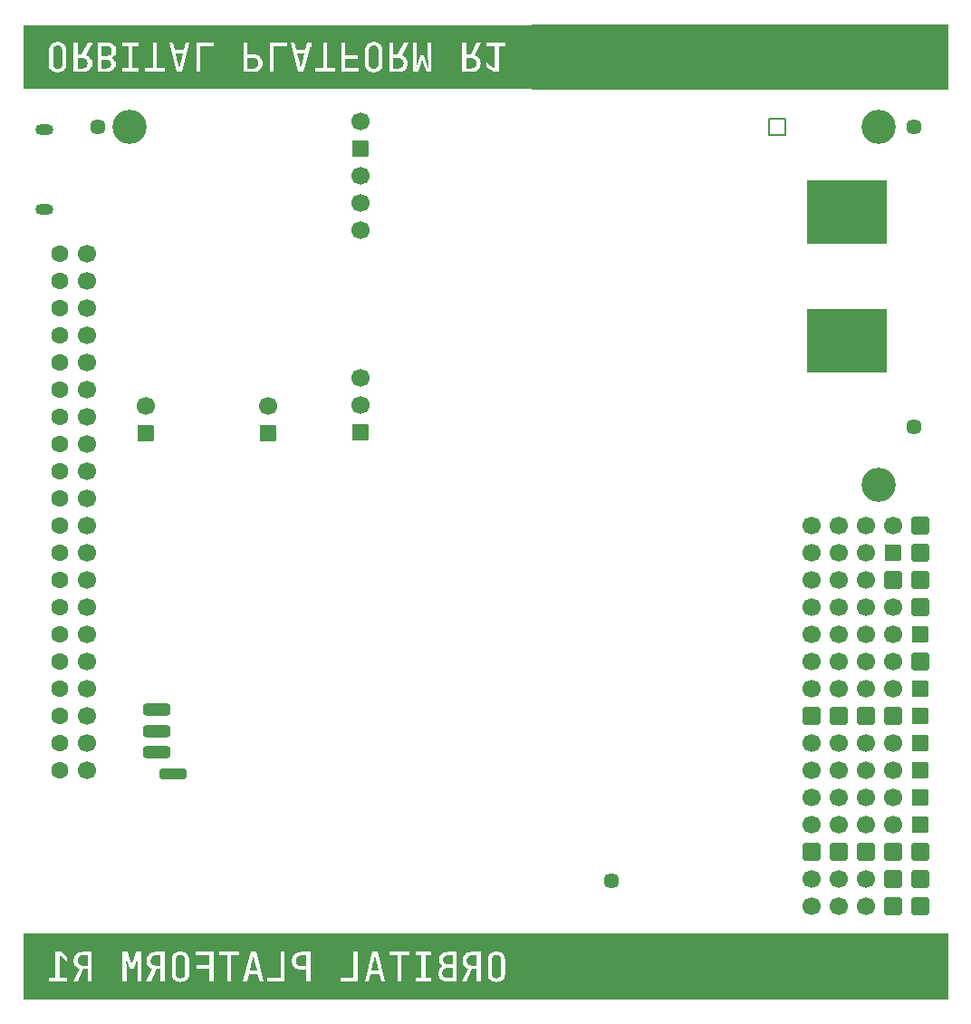
<source format=gbs>
%FSTAX23Y23*%
%MOIN*%
%SFA1B1*%

%IPPOS*%
%AMD80*
4,1,8,-0.039400,-0.021700,0.039400,-0.021700,0.051200,-0.009800,0.051200,0.009800,0.039400,0.021700,-0.039400,0.021700,-0.051200,0.009800,-0.051200,-0.009800,-0.039400,-0.021700,0.0*
1,1,0.023622,-0.039400,-0.009800*
1,1,0.023622,0.039400,-0.009800*
1,1,0.023622,0.039400,0.009800*
1,1,0.023622,-0.039400,0.009800*
%
%AMD87*
4,1,8,-0.039400,-0.019700,0.039400,-0.019700,0.049200,-0.009800,0.049200,0.009800,0.039400,0.019700,-0.039400,0.019700,-0.049200,0.009800,-0.049200,-0.009800,-0.039400,-0.019700,0.0*
1,1,0.019685,-0.039400,-0.009800*
1,1,0.019685,0.039400,-0.009800*
1,1,0.019685,0.039400,0.009800*
1,1,0.019685,-0.039400,0.009800*
%
%AMD106*
4,1,8,-0.020700,-0.031500,0.020700,-0.031500,0.031500,-0.020700,0.031500,0.020700,0.020700,0.031500,-0.020700,0.031500,-0.031500,0.020700,-0.031500,-0.020700,-0.020700,-0.031500,0.0*
1,1,0.021654,-0.020700,-0.020700*
1,1,0.021654,0.020700,-0.020700*
1,1,0.021654,0.020700,0.020700*
1,1,0.021654,-0.020700,0.020700*
%
%AMD107*
4,1,8,-0.033500,0.020700,-0.033500,-0.020700,-0.020700,-0.033500,0.020700,-0.033500,0.033500,-0.020700,0.033500,0.020700,0.020700,0.033500,-0.020700,0.033500,-0.033500,0.020700,0.0*
1,1,0.025591,-0.020700,0.020700*
1,1,0.025591,-0.020700,-0.020700*
1,1,0.025591,0.020700,-0.020700*
1,1,0.025591,0.020700,0.020700*
%
%AMD108*
4,1,8,-0.031500,0.020700,-0.031500,-0.020700,-0.020700,-0.031500,0.020700,-0.031500,0.031500,-0.020700,0.031500,0.020700,0.020700,0.031500,-0.020700,0.031500,-0.031500,0.020700,0.0*
1,1,0.021654,-0.020700,0.020700*
1,1,0.021654,-0.020700,-0.020700*
1,1,0.021654,0.020700,-0.020700*
1,1,0.021654,0.020700,0.020700*
%
%AMD110*
4,1,8,0.020700,0.033500,-0.020700,0.033500,-0.033500,0.020700,-0.033500,-0.020700,-0.020700,-0.033500,0.020700,-0.033500,0.033500,-0.020700,0.033500,0.020700,0.020700,0.033500,0.0*
1,1,0.025591,0.020700,0.020700*
1,1,0.025591,-0.020700,0.020700*
1,1,0.025591,-0.020700,-0.020700*
1,1,0.025591,0.020700,-0.020700*
%
%ADD10C,0.007874*%
G04~CAMADD=80~8~0.0~0.0~1023.6~433.1~118.1~0.0~15~0.0~0.0~0.0~0.0~0~0.0~0.0~0.0~0.0~0~0.0~0.0~0.0~180.0~1024.0~434.0*
%ADD80D80*%
G04~CAMADD=87~8~0.0~0.0~984.3~393.7~98.4~0.0~15~0.0~0.0~0.0~0.0~0~0.0~0.0~0.0~0.0~0~0.0~0.0~0.0~180.0~984.0~394.0*
%ADD87D87*%
G04~CAMADD=106~8~0.0~0.0~629.9~629.9~108.3~0.0~15~0.0~0.0~0.0~0.0~0~0.0~0.0~0.0~0.0~0~0.0~0.0~0.0~180.0~630.0~630.0*
%ADD106D106*%
G04~CAMADD=107~8~0.0~0.0~669.3~669.3~128.0~0.0~15~0.0~0.0~0.0~0.0~0~0.0~0.0~0.0~0.0~0~0.0~0.0~0.0~90.0~670.0~670.0*
%ADD107D107*%
G04~CAMADD=108~8~0.0~0.0~629.9~629.9~108.3~0.0~15~0.0~0.0~0.0~0.0~0~0.0~0.0~0.0~0.0~0~0.0~0.0~0.0~90.0~630.0~630.0*
%ADD108D108*%
%ADD109C,0.062992*%
G04~CAMADD=110~8~0.0~0.0~669.3~669.3~128.0~0.0~15~0.0~0.0~0.0~0.0~0~0.0~0.0~0.0~0.0~0~0.0~0.0~0.0~0.0~669.3~669.3*
%ADD110D110*%
%ADD111O,0.066929X0.039370*%
%ADD112C,0.066929*%
%ADD113C,0.057008*%
%ADD114C,0.125984*%
%ADD115C,0.027559*%
%ADD129R,0.295275X0.236220*%
%LNsysdev3-1*%
%LPD*%
G36*
X02539Y01794D02*
X03405D01*
Y01552*
X02539*
X0187*
Y01555*
X0*
Y01791*
X0187*
Y01794*
X02539*
G37*
G36*
X0187Y-01794D02*
X0D01*
Y-01552*
X0187*
Y-01794*
G37*
G36*
X02539D02*
X0187D01*
Y-01552*
X02539*
Y-01794*
G37*
G36*
X03405D02*
X02539D01*
Y-01552*
X03405*
Y-01794*
G37*
%LNsysdev3-2*%
%LPC*%
G36*
X00425Y01727D02*
X00366D01*
Y01714*
X00388*
Y01632*
X00366*
Y01618*
X00425*
Y01632*
X00403*
Y01714*
X00425*
Y01727*
G37*
G36*
Y01714D02*
D01*
G37*
G36*
Y01713D02*
Y01713D01*
Y01713*
G37*
G36*
Y01713D02*
Y01712D01*
Y01713*
G37*
G36*
Y01712D02*
D01*
G37*
G36*
Y01712D02*
Y01711D01*
Y01712*
G37*
G36*
Y01711D02*
Y01711D01*
Y01711*
G37*
G36*
Y01711D02*
D01*
G37*
G36*
Y0171D01*
Y01711*
G37*
G36*
Y01709D02*
Y01709D01*
Y01709*
G37*
G36*
Y01709D02*
Y01709D01*
Y01709*
G37*
G36*
Y01709D02*
Y01707D01*
Y01709*
G37*
G36*
Y01707D02*
Y01707D01*
Y01707*
G37*
G36*
Y01707D02*
Y01705D01*
Y01707*
G37*
G36*
Y01705D02*
D01*
G37*
G36*
Y01704D02*
Y01704D01*
Y01704*
G37*
G36*
Y01703D02*
Y01702D01*
Y01703*
G37*
G36*
Y01702D02*
Y01702D01*
Y01702*
G37*
G36*
Y01701D02*
Y01699D01*
Y01701*
G37*
G36*
Y01699D02*
Y01699D01*
Y01699*
G37*
G36*
X00612Y01727D02*
X00597D01*
X0059Y01699*
X00558*
X00552Y01727*
X00575*
X00537*
X00565Y01618*
X00565*
X00584*
X00612Y01727*
G37*
G36*
X00425Y01699D02*
Y01699D01*
Y01699*
G37*
G36*
Y01699D02*
D01*
G37*
G36*
X00341Y01727D02*
D01*
Y01698*
X00341Y01699*
Y017*
X00341Y01702*
X0034Y01705*
X00339Y01709*
X00337Y01712*
X00336Y01714*
X00335Y01716*
X00334Y01717*
X00332Y01719*
X00332*
X00332Y01719*
X00331Y0172*
X00331Y0172*
X0033Y01721*
X00329Y01722*
X00327Y01722*
X00326Y01723*
X00323Y01725*
X00318Y01726*
X00314Y01727*
X00311Y01727*
X00308Y01727*
X00341*
X00275*
Y01618*
X00308*
X00309Y01619*
X0031*
X00311Y01619*
X00315Y01619*
X00319Y0162*
X00323Y01622*
X00326Y01623*
X0033Y01626*
X0033*
X0033Y01626*
X00331Y01627*
X00333Y01629*
X00334Y01631*
X00336Y01634*
X00337Y01638*
X00338Y01642*
X00338Y01644*
X00339Y01647*
Y01647*
Y01647*
Y01648*
X00338Y0165*
X00338Y01652*
X00337Y01654*
X00337Y01657*
X00335Y01659*
X00334Y01662*
X00334Y01662*
X00333Y01662*
X00332Y01664*
X00331Y01665*
X00329Y01666*
X00327Y01668*
X00325Y01669*
X00322Y0167*
X00322*
X00322Y0167*
X00323Y0167*
X00325Y01671*
X00327Y01672*
X00329Y01673*
X00331Y01675*
X00334Y01677*
X00336Y01679*
X00336Y0168*
X00337Y0168*
X00337Y01682*
X00339Y01684*
X00339Y01687*
X0034Y0169*
X00341Y01693*
X00341Y01697*
Y01625*
Y01727*
G37*
G36*
X00425Y01698D02*
Y01697D01*
Y01698*
G37*
G36*
Y01697D02*
Y01697D01*
Y01697*
G37*
G36*
Y01697D02*
D01*
G37*
G36*
X00127Y01729D02*
X00126D01*
X00125Y01728*
X00124*
X00122Y01728*
X00119Y01727*
X00115Y01727*
X00111Y01725*
X00107Y01723*
X00105Y01722*
X00104Y0172*
Y0172*
X00103Y0172*
X00103Y01719*
X00102Y01719*
X00102Y01718*
X00101Y01717*
X00099Y01714*
X00098Y01711*
X00096Y01707*
X00095Y01702*
X00095Y017*
X00095Y01697*
Y01617*
Y01647*
X00095Y01646*
Y01645*
X00096Y01643*
X00096Y0164*
X00097Y01636*
X00099Y01633*
X00101Y01629*
X00102Y01627*
X00104Y01625*
X00104Y01625*
X00104Y01625*
X00104Y01625*
X00105Y01624*
X00106Y01623*
X00107Y01623*
X00108Y01622*
X0011Y01621*
X00113Y0162*
X00117Y01618*
X00122Y01617*
X00124Y01617*
X00129*
X0013Y01617*
X00131*
X00132Y01617*
X00136Y01618*
X0014Y01619*
X00143Y01621*
X00147Y01623*
X00149Y01624*
X00151Y01625*
X00151Y01626*
X00151Y01626*
X00151Y01626*
X00152Y01627*
X00153Y01628*
X00153Y01629*
X00155Y01631*
X00157Y01635*
X00158Y01639*
X00159Y01643*
X00159Y01646*
X00159Y01648*
Y01699*
X00159Y01699*
Y01701*
X00159Y01702*
X00158Y01705*
X00157Y01709*
X00156Y01713*
X00154Y01717*
X00152Y01719*
X00151Y0172*
X00151*
X0015Y01721*
X0015Y01721*
X00149Y01721*
X00148Y01722*
X00147Y01723*
X00145Y01724*
X00141Y01726*
X00137Y01727*
X00132Y01728*
X0013Y01728*
X00127Y01729*
G37*
G36*
X00425Y01697D02*
Y01696D01*
Y01697*
G37*
G36*
Y01696D02*
Y01695D01*
Y01696*
G37*
G36*
Y01693D02*
Y0169D01*
Y01693*
G37*
G36*
Y01689D02*
Y01687D01*
Y01689*
G37*
G36*
Y01687D02*
D01*
G37*
G36*
Y01683D01*
Y01687*
G37*
G36*
Y01683D02*
Y01682D01*
Y01683*
G37*
G36*
Y01682D02*
Y01682D01*
Y01682*
G37*
G36*
Y01682D02*
Y0168D01*
Y01682*
G37*
G36*
Y0168D02*
D01*
G37*
G36*
Y0168D02*
Y0168D01*
Y0168*
G37*
G36*
Y0168D02*
D01*
G37*
G36*
Y0168D02*
Y01679D01*
Y0168*
G37*
G36*
Y01679D02*
Y01679D01*
Y01679*
G37*
G36*
Y01678D02*
Y01677D01*
Y01678*
G37*
G36*
Y01677D02*
D01*
G37*
G36*
Y01676D01*
Y01677*
G37*
G36*
Y01675D02*
Y01675D01*
Y01675*
G37*
G36*
Y01675D02*
Y01673D01*
Y01675*
G37*
G36*
Y01673D02*
Y01672D01*
Y01673*
G37*
G36*
Y01672D02*
Y01672D01*
Y01672*
G37*
G36*
Y01672D02*
Y0167D01*
Y01672*
G37*
G36*
Y0167D02*
D01*
G37*
G36*
Y0167D02*
Y0167D01*
Y0167*
G37*
G36*
Y0167D02*
Y01669D01*
Y0167*
G37*
G36*
Y01669D02*
D01*
G37*
G36*
Y01669D01*
Y01669*
G37*
G36*
Y01669D02*
D01*
G37*
G36*
Y01669D02*
D01*
G37*
G36*
D01*
G37*
G36*
Y01668D01*
Y01669*
G37*
G36*
Y01668D02*
D01*
G37*
G36*
Y01668D02*
Y01667D01*
Y01668*
G37*
G36*
Y01667D02*
Y01666D01*
Y01667*
G37*
G36*
Y01666D02*
Y01666D01*
Y01666*
G37*
G36*
Y01666D02*
Y01666D01*
Y01666*
G37*
G36*
Y01666D02*
Y01665D01*
Y01666*
G37*
G36*
Y01665D02*
D01*
G37*
G36*
X00881Y01727D02*
D01*
Y01664*
Y01727*
G37*
G36*
X00425Y01665D02*
Y01664D01*
Y01665*
G37*
G36*
Y01664D02*
Y01663D01*
Y01664*
G37*
G36*
Y01663D02*
Y01663D01*
Y01663*
G37*
G36*
Y01663D02*
Y01663D01*
Y01663*
G37*
G36*
Y01663D02*
D01*
G37*
G36*
Y01663D02*
D01*
G37*
G36*
Y01661D02*
D01*
G37*
G36*
Y01661D02*
Y0166D01*
Y01661*
G37*
G36*
Y0166D02*
Y01659D01*
Y0166*
G37*
G36*
Y01659D02*
Y01659D01*
Y01659*
G37*
G36*
Y01658D02*
D01*
G37*
G36*
Y01658D02*
Y01657D01*
Y01658*
G37*
G36*
Y01657D02*
Y01656D01*
Y01657*
G37*
G36*
Y01656D02*
Y01655D01*
Y01656*
G37*
G36*
Y01655D02*
Y01654D01*
Y01655*
G37*
G36*
Y01654D02*
Y01654D01*
Y01654*
G37*
G36*
Y01654D02*
Y01654D01*
Y01654*
G37*
G36*
Y01653D02*
Y01653D01*
Y01653*
G37*
G36*
Y01653D02*
Y01652D01*
Y01653*
G37*
G36*
Y01652D02*
Y01652D01*
Y01652*
G37*
G36*
Y01651D02*
D01*
G37*
G36*
D01*
G37*
G36*
Y01651D01*
Y01651*
G37*
G36*
Y01651D02*
Y01651D01*
Y01651*
G37*
G36*
Y01651D02*
Y0165D01*
Y01651*
G37*
G36*
Y0165D02*
D01*
G37*
G36*
D01*
G37*
G36*
Y0165D02*
Y0165D01*
Y0165*
G37*
G36*
Y0165D02*
D01*
G37*
G36*
Y0165D02*
Y01649D01*
Y0165*
G37*
G36*
Y01649D02*
Y01649D01*
Y01649*
G37*
G36*
Y01649D02*
Y01648D01*
Y01649*
G37*
G36*
Y01648D02*
D01*
G37*
G36*
Y01648D01*
Y01648*
G37*
G36*
Y01648D02*
Y01648D01*
Y01648*
G37*
G36*
Y01648D02*
Y01647D01*
Y01648*
G37*
G36*
Y01647D02*
D01*
G37*
G36*
Y01647D01*
Y01647*
G37*
G36*
Y01647D02*
D01*
G37*
G36*
Y01646D02*
D01*
G37*
G36*
Y01645D02*
D01*
G37*
G36*
Y01645D02*
D01*
G37*
G36*
D01*
G37*
G36*
D01*
G37*
G36*
Y01643D01*
Y01645*
G37*
G36*
Y01643D02*
Y01643D01*
Y01643*
G37*
G36*
Y01643D02*
D01*
G37*
G36*
D01*
G37*
G36*
Y01643D01*
Y01643*
G37*
G36*
Y01643D02*
Y01642D01*
Y01643*
G37*
G36*
Y01641D02*
D01*
G37*
G36*
Y01641D02*
D01*
G37*
G36*
Y01641D02*
Y01641D01*
Y01641*
G37*
G36*
Y0164D02*
D01*
G37*
G36*
Y0164D02*
Y01639D01*
Y0164*
G37*
G36*
Y01639D02*
D01*
G37*
G36*
Y01639D02*
D01*
G37*
G36*
Y01639D01*
Y01639*
G37*
G36*
Y01639D02*
D01*
G37*
G36*
Y01638D01*
Y01639*
G37*
G36*
Y01638D02*
Y01637D01*
Y01638*
G37*
G36*
Y01637D02*
D01*
G37*
G36*
Y01637D01*
Y01637*
G37*
G36*
Y01637D02*
Y01637D01*
Y01637*
G37*
G36*
Y01637D02*
D01*
G37*
G36*
Y01636D01*
Y01637*
G37*
G36*
Y01636D02*
D01*
G37*
G36*
D01*
G37*
G36*
Y01636D02*
Y01636D01*
Y01636*
G37*
G36*
Y01636D02*
D01*
G37*
G36*
Y01635D01*
Y01636*
G37*
G36*
Y01635D02*
Y01635D01*
Y01635*
G37*
G36*
Y01635D02*
D01*
G37*
G36*
D01*
G37*
G36*
Y01635D02*
D01*
G37*
G36*
D01*
G37*
G36*
Y01634D01*
Y01635*
G37*
G36*
Y01634D02*
Y01634D01*
Y01634*
G37*
G36*
Y01634D02*
D01*
G37*
G36*
Y01634D02*
D01*
G37*
G36*
Y01634D01*
Y01634*
G37*
G36*
Y01634D02*
Y01633D01*
Y01634*
G37*
G36*
Y01633D02*
D01*
G37*
G36*
Y01633D02*
D01*
G37*
G36*
Y01633D01*
Y01633*
G37*
G36*
Y01633D02*
D01*
G37*
G36*
Y01633D01*
Y01633*
G37*
G36*
Y01633D02*
Y01633D01*
Y01633*
G37*
G36*
Y01632D02*
D01*
G37*
G36*
Y01632D02*
D01*
G37*
G36*
X01235Y01727D02*
D01*
Y01632*
X01184*
Y01666*
X01231*
Y0168*
X01184*
Y01727*
X01235*
X0117*
Y01618*
X01235*
Y01727*
G37*
G36*
X00425Y01632D02*
Y01632D01*
Y01632*
G37*
G36*
X01148Y01727D02*
D01*
Y01632*
X01119*
Y01727*
X01148*
X01104*
Y01632*
X01074*
Y01618*
X01148*
Y01727*
G37*
G36*
X00522D02*
D01*
Y01632*
X00493*
Y01727*
X00522*
X00478*
Y01632*
X00448*
Y01618*
X00522*
Y01727*
G37*
G36*
X00425Y01632D02*
D01*
G37*
G36*
X0106Y01727D02*
X00984D01*
X01012Y01618*
X01032*
X0106Y01727*
Y01631*
Y01727*
G37*
G36*
X01685D02*
D01*
Y01625*
Y01727*
G37*
G36*
X00254D02*
X00185D01*
Y01618*
X0022*
X00223Y01619*
X00225Y01619*
X00228Y01619*
X00231Y0162*
X00233Y01621*
X00236Y01622*
X00237Y01623*
X00238Y01623*
X00239Y01624*
X00241Y01625*
X00243Y01627*
X00244Y01629*
X00246Y01631*
X00248Y01633*
X00248Y01634*
X00249Y01635*
X00249Y01636*
X0025Y01638*
X00251Y01641*
X00251Y01643*
X00252Y01647*
X00252Y0165*
Y0165*
Y01651*
Y01651*
Y01652*
X00252Y01654*
X00251Y01656*
X00251Y0166*
X0025Y01663*
X00248Y01666*
X00246Y01669*
X00246Y01669*
X00245Y0167*
X00244Y01672*
X00242Y01673*
X0024Y01675*
X00238Y01677*
X00235Y01679*
X00231Y0168*
X00254Y01727*
Y01623*
Y01727*
G37*
G36*
X01774D02*
X01706D01*
X01706*
Y01714*
X01735*
Y01631*
X01706Y01653*
Y01653*
Y01637*
X01731Y01618*
X0175*
Y01714*
X01774*
Y01621*
Y01727*
G37*
G36*
X00612D02*
D01*
Y0162*
Y01727*
G37*
G36*
X01417D02*
D01*
Y0162*
Y01727*
G37*
G36*
X01685D02*
X01616D01*
Y01618*
X01652*
X01654Y01619*
X01656Y01619*
X01659Y01619*
X01662Y0162*
X01665Y01621*
X01668Y01622*
X01668Y01623*
X01669Y01623*
X0167Y01624*
X01672Y01625*
X01674Y01627*
X01676Y01629*
X01678Y01631*
X01679Y01633*
X0168Y01634*
X0168Y01635*
X01681Y01636*
X01682Y01638*
X01682Y01641*
X01683Y01643*
X01683Y01647*
X01684Y0165*
Y0165*
Y01651*
Y01651*
Y01652*
X01683Y01654*
X01683Y01656*
X01682Y0166*
X01681Y01663*
X0168Y01666*
X01678Y01669*
X01678Y01669*
X01677Y0167*
X01675Y01672*
X01674Y01673*
X01672Y01675*
X01669Y01677*
X01666Y01679*
X01662Y0168*
X01685Y01727*
G37*
G36*
X01503D02*
X01435D01*
Y01618*
X01469*
X01454*
X01465Y01654*
Y01654*
X01465Y01654*
X01466Y01655*
X01466Y01657*
X01466Y01658*
X01467Y0166*
X01468Y01663*
Y01663*
X01468Y01664*
X01468Y01664*
X01468Y01666*
X01469Y01668*
X01469Y0167*
Y0167*
Y01669*
X0147Y01669*
X0147Y01668*
X0147Y01667*
X0147Y01666*
X01471Y01664*
X01471Y01663*
Y01663*
X01471Y01662*
X01471Y01661*
X01472Y0166*
X01472Y01659*
X01472Y01657*
X01473Y01653*
X01484Y01618*
X01503*
Y01727*
G37*
G36*
X01417D02*
X01348D01*
Y01618*
X01383*
X01385Y01619*
X01388Y01619*
X01391Y01619*
X01394Y0162*
X01396Y01621*
X01399Y01622*
X014Y01623*
X01401Y01623*
X01402Y01624*
X01404Y01625*
X01406Y01627*
X01407Y01629*
X01409Y01631*
X01411Y01633*
X01411Y01634*
X01412Y01635*
X01412Y01636*
X01413Y01638*
X01414Y01641*
X01414Y01643*
X01415Y01647*
X01415Y0165*
Y0165*
Y01651*
Y01651*
Y01652*
X01415Y01654*
X01414Y01656*
X01414Y0166*
X01413Y01663*
X01411Y01666*
X01409Y01669*
X01409Y01669*
X01408Y0167*
X01407Y01672*
X01405Y01673*
X01403Y01675*
X01401Y01677*
X01398Y01679*
X01394Y0168*
X01417Y01727*
G37*
G36*
X0097D02*
X00907D01*
Y01618*
X0097*
Y01727*
G37*
G36*
X00881D02*
X00811D01*
Y01618*
X00848*
X0085Y01619*
X00853Y01619*
X00856Y01619*
X00859Y0162*
X00862Y01621*
X00865Y01623*
X00865Y01623*
X00866Y01623*
X00867Y01624*
X00869Y01625*
X00871Y01627*
X00873Y01629*
X00875Y01631*
X00876Y01634*
X00877Y01634*
X00877Y01635*
X00878Y01637*
X00879Y01639*
X00879Y01641*
X0088Y01644*
X0088Y01647*
X00881Y01651*
Y01653*
X0088Y01654*
X0088Y01657*
X0088Y0166*
X00879Y01662*
X00878Y01665*
X00876Y01668*
X00876Y01668*
X00876Y01669*
X00875Y0167*
X00873Y01672*
X00872Y01674*
X0087Y01676*
X00867Y01678*
X00865Y01679*
X00864Y01679*
X00863Y0168*
X00862Y0168*
X00859Y01681*
X00857Y01682*
X00854Y01683*
X0085Y01683*
X00847Y01683*
X00826*
Y01727*
X00881*
G37*
G36*
X00702D02*
X00638D01*
Y01618*
X00702*
Y01727*
G37*
G36*
X01322Y01729D02*
X01258D01*
X01289*
X01288Y01728*
X01287*
X01285Y01728*
X01282Y01727*
X01278Y01727*
X01274Y01725*
X0127Y01723*
X01268Y01722*
X01267Y0172*
Y0172*
X01266Y0172*
X01266Y01719*
X01265Y01719*
X01265Y01718*
X01264Y01717*
X01262Y01714*
X01261Y01711*
X01259Y01707*
X01258Y01702*
X01258Y017*
X01258Y01697*
Y01647*
X01258Y01646*
Y01645*
X01258Y01643*
X01259Y0164*
X0126Y01636*
X01262Y01633*
X01264Y01629*
X01265Y01627*
X01267Y01625*
X01267Y01625*
X01267Y01625*
X01267Y01625*
X01268Y01624*
X01269Y01623*
X0127Y01623*
X01271Y01622*
X01273Y01621*
X01276Y0162*
X0128Y01618*
X01285Y01617*
X01287Y01617*
X01292*
X01293Y01617*
X01294*
X01295Y01617*
X01299Y01618*
X01303Y01619*
X01306Y01621*
X0131Y01623*
X01312Y01624*
X01314Y01625*
X01314Y01626*
X01314Y01626*
X01314Y01626*
X01315Y01627*
X01316Y01628*
X01316Y01629*
X01318Y01631*
X0132Y01635*
X01321Y01639*
X01322Y01643*
X01322Y01646*
X01322Y01648*
Y01617*
Y01699*
X01322Y01699*
Y01701*
X01322Y01702*
X01321Y01705*
X0132Y01709*
X01319Y01713*
X01317Y01717*
X01315Y01719*
X01314Y0172*
X01314*
X01313Y01721*
X01313Y01721*
X01312Y01721*
X01311Y01722*
X0131Y01723*
X01308Y01724*
X01304Y01726*
X013Y01727*
X01295Y01728*
X01293Y01728*
X0129Y01729*
X01322*
G37*
%LNsysdev3-3*%
%LPD*%
G36*
X0058Y01654D02*
Y01654D01*
X0058Y01654*
X00579Y01653*
X00579Y01651*
X00579Y01649*
X00578Y01647*
X00577Y01644*
X00577Y01641*
X00576Y01639*
Y01639*
X00576Y01638*
X00576Y01637*
X00575Y01636*
X00575Y01633*
X00575Y01631*
X00575Y01631*
Y01631*
Y01631*
X00574Y01632*
X00574Y01632*
X00574Y01634*
X00574Y01635*
X00573Y01637*
X00573Y01639*
Y01639*
X00573Y0164*
X00572Y01641*
X00572Y01643*
X00571Y01645*
X00571Y01648*
X0057Y01651*
X00569Y01654*
X00562Y01687*
X00587*
X0058Y01654*
G37*
G36*
X0031Y01714D02*
X00312Y01714D01*
X00314Y01713*
X00317Y01712*
X00319Y01711*
X00321Y01709*
X00321Y01709*
X00322Y01709*
X00323Y01707*
X00324Y01706*
X00325Y01704*
X00326Y01702*
X00326Y01699*
X00326Y01696*
Y01696*
Y01696*
Y01695*
X00326Y01693*
X00326Y01691*
X00325Y01689*
X00324Y01687*
X00323Y01684*
X00321Y01682*
X00321Y01682*
X0032Y01681*
X00319Y0168*
X00317Y0168*
X00315Y01678*
X00313Y01678*
X0031Y01677*
X00307Y01677*
X00289*
Y01714*
X00308*
X0031Y01714*
G37*
G36*
X00309Y01664D02*
X00311Y01664D01*
X00313Y01663*
X00315Y01662*
X00317Y01661*
X00319Y0166*
X00319Y0166*
X0032Y01659*
X00321Y01658*
X00321Y01657*
X00322Y01655*
X00323Y01653*
X00324Y01651*
X00324Y01648*
Y01647*
Y01647*
X00324Y01645*
X00323Y01643*
X00323Y01641*
X00322Y01639*
X00321Y01638*
X00319Y01636*
X00319Y01636*
X00318Y01635*
X00317Y01634*
X00316Y01634*
X00314Y01633*
X00312Y01632*
X00309Y01632*
X00306Y01631*
X00289*
Y01664*
X00307*
X00309Y01664*
G37*
G36*
X0013Y01715D02*
X00132Y01715D01*
X00134Y01715*
X00136Y01714*
X00138Y01713*
X0014Y01711*
X0014Y01711*
X00141Y0171*
X00142Y01709*
X00143Y01707*
X00143Y01705*
X00144Y01703*
X00145Y017*
X00145Y01697*
Y01648*
Y01648*
Y01648*
Y01647*
X00145Y01645*
X00144Y01643*
X00144Y01641*
X00143Y01639*
X00142Y01637*
X0014Y01635*
X0014Y01635*
X00139Y01634*
X00138Y01633*
X00137Y01632*
X00135Y01632*
X00133Y01631*
X0013Y0163*
X00127Y0163*
X00126*
X00124Y0163*
X00122Y01631*
X0012Y01631*
X00118Y01632*
X00116Y01633*
X00114Y01635*
X00114Y01635*
X00113Y01636*
X00113Y01637*
X00112Y01638*
X00111Y0164*
X0011Y01643*
X0011Y01645*
X0011Y01648*
Y01697*
Y01697*
Y01697*
Y01699*
X0011Y017*
X0011Y01702*
X00111Y01704*
X00112Y01707*
X00113Y01709*
X00114Y01711*
X00114Y01711*
X00115Y01712*
X00116Y01712*
X00118Y01713*
X00119Y01714*
X00122Y01715*
X00124Y01715*
X00127Y01716*
X00129*
X0013Y01715*
G37*
G36*
X01038Y01699D02*
X01006D01*
X00999Y01727*
X01045*
X01038Y01699*
G37*
G36*
X01027Y01654D02*
Y01654D01*
X01027Y01654*
X01027Y01653*
X01026Y01651*
X01026Y01649*
X01025Y01647*
X01025Y01644*
X01024Y01641*
X01023Y01639*
Y01639*
X01023Y01638*
X01023Y01637*
X01023Y01636*
X01022Y01633*
X01022Y01631*
X01022Y01631*
Y01631*
Y01631*
X01022Y01632*
X01021Y01632*
X01021Y01634*
X01021Y01635*
X01021Y01637*
X0102Y01639*
Y01639*
X0102Y0164*
X0102Y01641*
X01019Y01643*
X01019Y01645*
X01018Y01648*
X01017Y01651*
X01017Y01654*
X01009Y01687*
X01035*
X01027Y01654*
G37*
G36*
X00216Y01682D02*
X002D01*
Y01727*
X00237*
X00216Y01682*
G37*
G36*
X00222Y01668D02*
X00224Y01668D01*
X00226Y01667*
X00228Y01666*
X0023Y01665*
X00232Y01664*
X00232Y01663*
X00233Y01663*
X00234Y01662*
X00235Y0166*
X00235Y01658*
X00236Y01656*
X00237Y01653*
X00237Y0165*
Y0165*
Y0165*
Y01649*
X00237Y01647*
X00236Y01645*
X00236Y01643*
X00235Y01641*
X00234Y01639*
X00232Y01637*
X00232Y01636*
X00231Y01636*
X0023Y01635*
X00229Y01634*
X00227Y01633*
X00224Y01632*
X00222Y01632*
X00219Y01631*
X002*
Y01669*
X0022*
X00222Y01668*
G37*
G36*
X01647Y01682D02*
X01631D01*
Y01727*
X01668*
X01647Y01682*
G37*
G36*
X01653Y01668D02*
X01655Y01668D01*
X01657Y01667*
X01659Y01666*
X01661Y01665*
X01663Y01664*
X01664Y01663*
X01664Y01663*
X01665Y01662*
X01666Y0166*
X01667Y01658*
X01668Y01656*
X01668Y01653*
X01668Y0165*
Y0165*
Y0165*
Y01649*
X01668Y01647*
X01668Y01645*
X01667Y01643*
X01666Y01641*
X01665Y01639*
X01663Y01637*
X01663Y01636*
X01662Y01636*
X01661Y01635*
X0166Y01634*
X01658Y01633*
X01656Y01632*
X01653Y01632*
X0165Y01631*
X01631*
Y01669*
X01652*
X01653Y01668*
G37*
G36*
X01489Y01677D02*
Y01677D01*
Y01677*
Y01676*
Y01675*
Y01674*
Y01672*
X01489Y01671*
Y01669*
Y01665*
X0149Y0166*
X0149Y01656*
X0149Y01651*
Y01651*
Y0165*
X0149Y0165*
Y01649*
X01491Y01647*
Y01646*
X01491Y01643*
X01491Y01639*
X01492Y01635*
X01492Y01631*
X01493Y01626*
X01476Y0168*
X01462*
X01445Y01627*
Y01627*
Y01627*
X01445Y01628*
Y01628*
X01445Y01629*
X01446Y01631*
X01446Y01633*
X01446Y01637*
X01447Y01641*
X01447Y01645*
X01448Y0165*
Y0165*
Y0165*
X01448Y01651*
Y01652*
X01448Y01653*
Y01655*
X01448Y01656*
X01449Y01658*
X01449Y01662*
X01449Y01667*
X01449Y01672*
Y01677*
Y01727*
X01489*
Y01677*
G37*
G36*
X01379Y01682D02*
X01363D01*
Y01727*
X014*
X01379Y01682*
G37*
G36*
X01385Y01668D02*
X01387Y01668D01*
X01389Y01667*
X01391Y01666*
X01393Y01665*
X01395Y01664*
X01395Y01663*
X01396Y01663*
X01397Y01662*
X01398Y0166*
X01398Y01658*
X01399Y01656*
X014Y01653*
X014Y0165*
Y0165*
Y0165*
Y01649*
X014Y01647*
X01399Y01645*
X01399Y01643*
X01398Y01641*
X01397Y01639*
X01395Y01637*
X01395Y01636*
X01394Y01636*
X01393Y01635*
X01391Y01634*
X0139Y01633*
X01387Y01632*
X01385Y01632*
X01382Y01631*
X01363*
Y01669*
X01383*
X01385Y01668*
G37*
G36*
X0097Y01618D02*
X00921D01*
Y01714*
X0097*
Y01618*
G37*
G36*
X0085Y0167D02*
X00851Y01669D01*
X00854Y01669*
X00856Y01668*
X00858Y01667*
X0086Y01665*
X0086Y01665*
X00861Y01664*
X00862Y01663*
X00863Y01661*
X00864Y01659*
X00865Y01657*
X00865Y01654*
X00865Y01651*
Y01651*
Y01651*
Y0165*
X00865Y01648*
X00865Y01646*
X00864Y01643*
X00863Y01641*
X00862Y01639*
X0086Y01637*
X0086Y01637*
X00859Y01636*
X00858Y01635*
X00857Y01634*
X00855Y01633*
X00852Y01632*
X0085Y01632*
X00847Y01631*
X00826*
Y0167*
X00848*
X0085Y0167*
G37*
G36*
X00702Y01618D02*
X00653D01*
Y01714*
X00702*
Y01618*
G37*
G36*
X01293Y01715D02*
X01295Y01715D01*
X01297Y01715*
X01299Y01714*
X01301Y01713*
X01303Y01711*
X01303Y01711*
X01304Y0171*
X01305Y01709*
X01306Y01707*
X01306Y01705*
X01307Y01703*
X01308Y017*
X01308Y01697*
Y01648*
Y01648*
Y01648*
Y01647*
X01308Y01645*
X01307Y01643*
X01307Y01641*
X01306Y01639*
X01305Y01637*
X01303Y01635*
X01303Y01635*
X01302Y01634*
X01301Y01633*
X013Y01632*
X01298Y01632*
X01296Y01631*
X01293Y0163*
X0129Y0163*
X01289*
X01287Y0163*
X01285Y01631*
X01283Y01631*
X01281Y01632*
X01279Y01633*
X01277Y01635*
X01277Y01635*
X01276Y01636*
X01276Y01637*
X01275Y01638*
X01274Y0164*
X01273Y01643*
X01273Y01645*
X01273Y01648*
Y01697*
Y01697*
Y01697*
Y01699*
X01273Y017*
X01273Y01702*
X01274Y01704*
X01275Y01707*
X01276Y01709*
X01277Y01711*
X01277Y01711*
X01278Y01712*
X01279Y01712*
X01281Y01713*
X01282Y01714*
X01285Y01715*
X01287Y01715*
X0129Y01716*
X01292*
X01293Y01715*
G37*
%LNsysdev3-4*%
%LPC*%
G36*
X00139Y-01618D02*
X00119D01*
Y-01714*
X00095*
Y-01727*
X00163*
Y-01714*
X00134*
Y-01631*
X00163Y-01653*
Y-01637*
X00139Y-01618*
G37*
G36*
X00434D02*
X00415D01*
X00404Y-01654*
Y-01654*
X00404Y-01654*
X00403Y-01655*
X00403Y-01657*
X00403Y-01658*
X00402Y-0166*
X00401Y-01663*
Y-01663*
X00401Y-01664*
X00401Y-01664*
X00401Y-01666*
X004Y-01668*
X004Y-0167*
Y-0167*
Y-01669*
X00399Y-01669*
X00399Y-01668*
X00399Y-01667*
X00399Y-01666*
X00399Y-01664*
X00398Y-01663*
Y-01663*
X00398Y-01662*
X00398Y-01661*
X00397Y-0166*
X00397Y-01659*
X00397Y-01657*
X00396Y-01653*
X00385Y-01618*
X00366*
Y-01727*
X0038*
Y-01677*
Y-01677*
Y-01677*
Y-01676*
Y-01675*
Y-01674*
Y-01672*
X0038Y-01671*
Y-01669*
Y-01665*
X00379Y-0166*
X00379Y-01656*
X00379Y-01651*
Y-01651*
Y-0165*
X00379Y-0165*
Y-01649*
X00378Y-01647*
Y-01646*
X00378Y-01643*
X00378Y-01639*
X00377Y-01635*
X00377Y-01631*
X00376Y-01626*
X00393Y-0168*
X00407*
X00424Y-01627*
Y-01627*
Y-01627*
X00424Y-01628*
Y-01628*
X00424Y-01629*
X00423Y-01631*
X00423Y-01633*
X00423Y-01637*
X00422Y-01641*
X00422Y-01645*
X00421Y-0165*
Y-0165*
Y-0165*
X00421Y-01651*
Y-01652*
X00421Y-01653*
Y-01655*
X00421Y-01656*
X00421Y-01658*
X0042Y-01662*
X0042Y-01667*
X0042Y-01672*
Y-01677*
Y-01727*
X00434*
Y-01618*
G37*
G36*
X01684D02*
X01649D01*
X01647Y-01619*
X01644Y-01619*
X01641Y-01619*
X01639Y-0162*
X01636Y-01621*
X01633Y-01622*
X01632Y-01623*
X01631Y-01623*
X0163Y-01624*
X01629Y-01625*
X01627Y-01627*
X01625Y-01629*
X01623Y-01631*
X01621Y-01633*
X01621Y-01634*
X0162Y-01635*
X0162Y-01636*
X01619Y-01638*
X01618Y-01641*
X01618Y-01643*
X01617Y-01647*
X01617Y-0165*
Y-0165*
Y-01651*
Y-01651*
Y-01652*
X01617Y-01654*
X01618Y-01656*
X01618Y-0166*
X01619Y-01663*
X01621Y-01666*
X01623Y-01669*
X01623Y-01669*
X01624Y-0167*
X01625Y-01672*
X01627Y-01673*
X01629Y-01675*
X01631Y-01677*
X01635Y-01679*
X01638Y-0168*
X01615Y-01727*
X01633*
X01653Y-01682*
X01669*
Y-01727*
X01684*
Y-01618*
G37*
G36*
X01594D02*
X01561D01*
X0156Y-01619*
X01559*
X01558Y-01619*
X01554Y-01619*
X01551Y-0162*
X01547Y-01622*
X01543Y-01623*
X01539Y-01626*
X01539*
X01539Y-01626*
X01538Y-01627*
X01537Y-01629*
X01535Y-01631*
X01533Y-01634*
X01532Y-01638*
X01531Y-01642*
X01531Y-01644*
X01531Y-01647*
Y-01647*
Y-01647*
Y-01648*
X01531Y-0165*
X01531Y-01652*
X01532Y-01654*
X01533Y-01657*
X01534Y-01659*
X01535Y-01662*
X01535Y-01662*
X01536Y-01662*
X01537Y-01664*
X01538Y-01665*
X0154Y-01666*
X01542Y-01668*
X01544Y-01669*
X01547Y-0167*
X01547*
X01547Y-0167*
X01546Y-0167*
X01544Y-01671*
X01542Y-01672*
X0154Y-01673*
X01538Y-01675*
X01535Y-01677*
X01533Y-01679*
X01533Y-0168*
X01532Y-0168*
X01532Y-01682*
X01531Y-01684*
X0153Y-01687*
X01529Y-0169*
X01528Y-01693*
X01528Y-01697*
Y-01698*
X01528Y-01699*
Y-017*
X01529Y-01702*
X01529Y-01705*
X0153Y-01709*
X01532Y-01712*
X01533Y-01714*
X01534Y-01716*
X01535Y-01717*
X01537Y-01719*
X01537*
X01537Y-01719*
X01538Y-0172*
X01539Y-0172*
X01539Y-01721*
X01541Y-01722*
X01542Y-01722*
X01543Y-01723*
X01547Y-01725*
X01551Y-01726*
X01555Y-01727*
X01558Y-01727*
X01561Y-01727*
X01594*
Y-01618*
G37*
G36*
X01503D02*
X01444D01*
Y-01632*
X01466*
Y-01714*
X01444*
Y-01727*
X01503*
Y-01714*
X01481*
Y-01632*
X01503*
Y-01618*
G37*
G36*
X01421D02*
X01347D01*
Y-01632*
X01377*
Y-01727*
X01391*
Y-01632*
X01421*
Y-01618*
G37*
G36*
X01304D02*
X01285D01*
X01257Y-01727*
X01272*
X01279Y-01699*
X01311*
X01317Y-01727*
X01332*
X01304Y-01618*
G37*
G36*
X01231D02*
X01216D01*
Y-01714*
X01168*
Y-01727*
X01231*
Y-01618*
G37*
G36*
X01058D02*
X01021D01*
X01019Y-01619*
X01016Y-01619*
X01013Y-01619*
X01011Y-0162*
X01007Y-01621*
X01005Y-01623*
X01004Y-01623*
X01003Y-01623*
X01002Y-01624*
X01Y-01625*
X00998Y-01627*
X00996Y-01629*
X00994Y-01631*
X00993Y-01634*
X00992Y-01634*
X00992Y-01635*
X00991Y-01637*
X0099Y-01639*
X0099Y-01641*
X00989Y-01644*
X00989Y-01647*
X00988Y-01651*
Y-01653*
X00989Y-01654*
X00989Y-01657*
X0099Y-0166*
X0099Y-01662*
X00991Y-01665*
X00993Y-01668*
X00993Y-01668*
X00993Y-01669*
X00994Y-0167*
X00996Y-01672*
X00997Y-01674*
X00999Y-01676*
X01002Y-01678*
X01005Y-01679*
X01005Y-01679*
X01006Y-0168*
X01007Y-0168*
X0101Y-01681*
X01012Y-01682*
X01015Y-01683*
X01019Y-01683*
X01023Y-01683*
X01043*
Y-01727*
X01058*
Y-01618*
G37*
G36*
X00962D02*
X00948D01*
Y-01714*
X00899*
Y-01727*
X00962*
Y-01618*
G37*
G36*
X00857D02*
X00837D01*
X00809Y-01727*
X00824*
X00831Y-01699*
X00863*
X0087Y-01727*
X00885*
X00857Y-01618*
G37*
G36*
X00795D02*
X00721D01*
Y-01632*
X0075*
Y-01727*
X00765*
Y-01632*
X00795*
Y-01618*
G37*
G36*
X007D02*
X00634D01*
Y-01632*
X00685*
Y-01666*
X00638*
Y-0168*
X00685*
Y-01727*
X007*
Y-01618*
G37*
G36*
X00521D02*
X00486D01*
X00484Y-01619*
X00481Y-01619*
X00478Y-01619*
X00476Y-0162*
X00473Y-01621*
X0047Y-01622*
X00469Y-01623*
X00468Y-01623*
X00467Y-01624*
X00466Y-01625*
X00464Y-01627*
X00462Y-01629*
X0046Y-01631*
X00458Y-01633*
X00458Y-01634*
X00457Y-01635*
X00457Y-01636*
X00456Y-01638*
X00455Y-01641*
X00455Y-01643*
X00454Y-01647*
X00454Y-0165*
Y-0165*
Y-01651*
Y-01651*
Y-01652*
X00454Y-01654*
X00455Y-01656*
X00455Y-0166*
X00456Y-01663*
X00458Y-01666*
X0046Y-01669*
X0046Y-01669*
X00461Y-0167*
X00462Y-01672*
X00464Y-01673*
X00466Y-01675*
X00468Y-01677*
X00472Y-01679*
X00475Y-0168*
X00452Y-01727*
X0047*
X0049Y-01682*
X00506*
Y-01727*
X00521*
Y-01618*
G37*
G36*
X00253D02*
X00217D01*
X00215Y-01619*
X00213Y-01619*
X0021Y-01619*
X00207Y-0162*
X00204Y-01621*
X00201Y-01622*
X00201Y-01623*
X002Y-01623*
X00199Y-01624*
X00197Y-01625*
X00195Y-01627*
X00193Y-01629*
X00191Y-01631*
X0019Y-01633*
X0019Y-01634*
X00189Y-01635*
X00188Y-01636*
X00188Y-01638*
X00187Y-01641*
X00186Y-01643*
X00186Y-01647*
X00186Y-0165*
Y-0165*
Y-01651*
Y-01651*
Y-01652*
X00186Y-01654*
X00186Y-01656*
X00187Y-0166*
X00188Y-01663*
X00189Y-01666*
X00191Y-01669*
X00192Y-01669*
X00192Y-0167*
X00194Y-01672*
X00195Y-01673*
X00198Y-01675*
X002Y-01677*
X00203Y-01679*
X00207Y-0168*
X00184Y-01727*
X00201*
X00222Y-01682*
X00238*
Y-01727*
X00253*
Y-01618*
G37*
G36*
X01745Y-01617D02*
X0174D01*
X01739Y-01617*
X01738*
X01737Y-01617*
X01733Y-01618*
X01729Y-01619*
X01726Y-01621*
X01722Y-01623*
X0172Y-01624*
X01718Y-01625*
X01718Y-01626*
X01718Y-01626*
X01718Y-01626*
X01717Y-01627*
X01716Y-01628*
X01716Y-01629*
X01714Y-01631*
X01712Y-01635*
X01711Y-01639*
X0171Y-01643*
X0171Y-01646*
X0171Y-01648*
Y-01699*
X0171Y-01699*
Y-01701*
X0171Y-01702*
X01711Y-01705*
X01712Y-01709*
X01713Y-01713*
X01715Y-01717*
X01717Y-01719*
X01718Y-0172*
X01719*
X01719Y-01721*
X01719Y-01721*
X0172Y-01721*
X01721Y-01722*
X01722Y-01723*
X01725Y-01724*
X01728Y-01726*
X01732Y-01727*
X01737Y-01728*
X01739Y-01728*
X01742Y-01729*
X01743*
X01744Y-01728*
X01746*
X01747Y-01728*
X0175Y-01727*
X01754Y-01727*
X01758Y-01725*
X01762Y-01723*
X01764Y-01722*
X01766Y-0172*
Y-0172*
X01766Y-0172*
X01766Y-01719*
X01767Y-01719*
X01768Y-01718*
X01768Y-01717*
X0177Y-01714*
X01771Y-01711*
X01773Y-01707*
X01774Y-01702*
X01774Y-017*
X01774Y-01697*
Y-01647*
X01774Y-01646*
Y-01645*
X01774Y-01643*
X01773Y-0164*
X01772Y-01636*
X0177Y-01633*
X01768Y-01629*
X01767Y-01627*
X01766Y-01625*
X01765Y-01625*
X01765Y-01625*
X01765Y-01625*
X01764Y-01624*
X01763Y-01623*
X01762Y-01623*
X01761Y-01622*
X01759Y-01621*
X01756Y-0162*
X01752Y-01618*
X01747Y-01617*
X01745Y-01617*
G37*
G36*
X00582D02*
X00577D01*
X00576Y-01617*
X00575*
X00574Y-01617*
X0057Y-01618*
X00566Y-01619*
X00563Y-01621*
X00559Y-01623*
X00557Y-01624*
X00555Y-01625*
X00555Y-01626*
X00555Y-01626*
X00555Y-01626*
X00554Y-01627*
X00553Y-01628*
X00553Y-01629*
X00551Y-01631*
X00549Y-01635*
X00548Y-01639*
X00547Y-01643*
X00547Y-01646*
X00547Y-01648*
Y-01699*
X00547Y-01699*
Y-01701*
X00547Y-01702*
X00548Y-01705*
X00549Y-01709*
X0055Y-01713*
X00552Y-01717*
X00554Y-01719*
X00555Y-0172*
X00556*
X00556Y-01721*
X00556Y-01721*
X00557Y-01721*
X00558Y-01722*
X00559Y-01723*
X00562Y-01724*
X00565Y-01726*
X00569Y-01727*
X00574Y-01728*
X00576Y-01728*
X00579Y-01729*
X0058*
X00581Y-01728*
X00583*
X00584Y-01728*
X00587Y-01727*
X00591Y-01727*
X00595Y-01725*
X00599Y-01723*
X00601Y-01722*
X00603Y-0172*
Y-0172*
X00603Y-0172*
X00603Y-01719*
X00604Y-01719*
X00605Y-01718*
X00605Y-01717*
X00607Y-01714*
X00608Y-01711*
X0061Y-01707*
X00611Y-01702*
X00611Y-017*
X00611Y-01697*
Y-01647*
X00611Y-01646*
Y-01645*
X00611Y-01643*
X0061Y-0164*
X00609Y-01636*
X00607Y-01633*
X00605Y-01629*
X00604Y-01627*
X00603Y-01625*
X00602Y-01625*
X00602Y-01625*
X00602Y-01625*
X00601Y-01624*
X006Y-01623*
X00599Y-01623*
X00598Y-01622*
X00596Y-01621*
X00593Y-0162*
X00589Y-01618*
X00584Y-01617*
X00582Y-01617*
G37*
%LNsysdev3-5*%
%LPD*%
G36*
X01669Y-01669D02*
X01649D01*
X01647Y-01668*
X01645Y-01668*
X01643Y-01667*
X01641Y-01666*
X01639Y-01665*
X01637Y-01664*
X01637Y-01663*
X01636Y-01663*
X01635Y-01662*
X01635Y-0166*
X01634Y-01658*
X01633Y-01656*
X01632Y-01653*
X01632Y-0165*
Y-0165*
Y-0165*
Y-01649*
X01632Y-01647*
X01633Y-01645*
X01633Y-01643*
X01634Y-01641*
X01635Y-01639*
X01637Y-01637*
X01637Y-01636*
X01638Y-01636*
X01639Y-01635*
X01641Y-01634*
X01642Y-01633*
X01645Y-01632*
X01647Y-01632*
X0165Y-01631*
X01669*
Y-01669*
G37*
G36*
X0158Y-01664D02*
X01562D01*
X0156Y-01664*
X01558Y-01664*
X01556Y-01663*
X01554Y-01662*
X01552Y-01661*
X0155Y-0166*
X0155Y-0166*
X01549Y-01659*
X01549Y-01658*
X01548Y-01657*
X01547Y-01655*
X01546Y-01653*
X01545Y-01651*
X01545Y-01648*
Y-01647*
Y-01647*
X01545Y-01645*
X01546Y-01643*
X01546Y-01641*
X01547Y-01639*
X01548Y-01638*
X0155Y-01636*
X0155Y-01636*
X01551Y-01635*
X01552Y-01634*
X01553Y-01634*
X01555Y-01633*
X01557Y-01632*
X0156Y-01632*
X01563Y-01631*
X0158*
Y-01664*
G37*
G36*
Y-01714D02*
X01561D01*
X01559Y-01714*
X01557Y-01714*
X01555Y-01713*
X01552Y-01712*
X0155Y-01711*
X01548Y-01709*
X01548Y-01709*
X01547Y-01709*
X01546Y-01707*
X01545Y-01706*
X01544Y-01704*
X01543Y-01702*
X01543Y-01699*
X01543Y-01696*
Y-01696*
Y-01696*
Y-01695*
X01543Y-01693*
X01543Y-01691*
X01544Y-01689*
X01545Y-01687*
X01546Y-01684*
X01548Y-01682*
X01548Y-01682*
X01549Y-01681*
X0155Y-0168*
X01552Y-0168*
X01554Y-01678*
X01556Y-01678*
X01559Y-01677*
X01562Y-01677*
X0158*
Y-01714*
G37*
G36*
X01295Y-01631D02*
Y-01631D01*
X01295Y-01632*
X01295Y-01632*
X01295Y-01634*
X01295Y-01635*
X01296Y-01637*
X01296Y-01639*
Y-01639*
X01296Y-0164*
X01297Y-01641*
X01297Y-01643*
X01298Y-01645*
X01298Y-01648*
X01299Y-01651*
X013Y-01654*
X01308Y-01687*
X01282*
X01289Y-01654*
Y-01654*
X01289Y-01654*
X0129Y-01653*
X0129Y-01651*
X01291Y-01649*
X01291Y-01647*
X01292Y-01644*
X01292Y-01641*
X01293Y-01639*
Y-01639*
X01293Y-01638*
X01293Y-01637*
X01294Y-01636*
X01294Y-01633*
X01294Y-01631*
X01295Y-01631*
Y-01631*
G37*
G36*
X01043Y-0167D02*
X01021D01*
X01019Y-0167*
X01018Y-01669*
X01015Y-01669*
X01013Y-01668*
X01011Y-01667*
X01009Y-01665*
X01009Y-01665*
X01008Y-01664*
X01007Y-01663*
X01006Y-01661*
X01005Y-01659*
X01005Y-01657*
X01004Y-01654*
X01004Y-01651*
Y-01651*
Y-01651*
Y-0165*
X01004Y-01648*
X01004Y-01646*
X01005Y-01643*
X01006Y-01641*
X01007Y-01639*
X01009Y-01637*
X01009Y-01637*
X0101Y-01636*
X01011Y-01635*
X01012Y-01634*
X01014Y-01633*
X01017Y-01632*
X01019Y-01632*
X01023Y-01631*
X01043*
Y-0167*
G37*
G36*
X00847Y-01631D02*
Y-01631D01*
X00847Y-01632*
X00848Y-01632*
X00848Y-01634*
X00848Y-01635*
X00849Y-01637*
X00849Y-01639*
Y-01639*
X00849Y-0164*
X00849Y-01641*
X0085Y-01643*
X0085Y-01645*
X00851Y-01648*
X00852Y-01651*
X00852Y-01654*
X0086Y-01687*
X00834*
X00842Y-01654*
Y-01654*
X00842Y-01654*
X00842Y-01653*
X00843Y-01651*
X00843Y-01649*
X00844Y-01647*
X00845Y-01644*
X00845Y-01641*
X00846Y-01639*
Y-01639*
X00846Y-01638*
X00846Y-01637*
X00846Y-01636*
X00847Y-01633*
X00847Y-01631*
X00847Y-01631*
Y-01631*
G37*
G36*
X00506Y-01669D02*
X00486D01*
X00484Y-01668*
X00483Y-01668*
X0048Y-01667*
X00478Y-01666*
X00476Y-01665*
X00474Y-01664*
X00474Y-01663*
X00473Y-01663*
X00472Y-01662*
X00472Y-0166*
X00471Y-01658*
X0047Y-01656*
X00469Y-01653*
X00469Y-0165*
Y-0165*
Y-0165*
Y-01649*
X00469Y-01647*
X0047Y-01645*
X0047Y-01643*
X00471Y-01641*
X00472Y-01639*
X00474Y-01637*
X00474Y-01636*
X00475Y-01636*
X00476Y-01635*
X00478Y-01634*
X00479Y-01633*
X00482Y-01632*
X00484Y-01632*
X00487Y-01631*
X00506*
Y-01669*
G37*
G36*
X00238D02*
X00217D01*
X00216Y-01668*
X00214Y-01668*
X00212Y-01667*
X0021Y-01666*
X00208Y-01665*
X00206Y-01664*
X00206Y-01663*
X00205Y-01663*
X00204Y-01662*
X00203Y-0166*
X00202Y-01658*
X00202Y-01656*
X00201Y-01653*
X00201Y-0165*
Y-0165*
Y-0165*
Y-01649*
X00201Y-01647*
X00201Y-01645*
X00202Y-01643*
X00203Y-01641*
X00204Y-01639*
X00206Y-01637*
X00206Y-01636*
X00207Y-01636*
X00208Y-01635*
X00209Y-01634*
X00211Y-01633*
X00213Y-01632*
X00216Y-01632*
X00219Y-01631*
X00238*
Y-01669*
G37*
G36*
X01745Y-0163D02*
X01747Y-01631D01*
X01749Y-01631*
X01751Y-01632*
X01753Y-01633*
X01755Y-01635*
X01755Y-01635*
X01756Y-01636*
X01756Y-01637*
X01757Y-01638*
X01758Y-0164*
X01759Y-01643*
X01759Y-01645*
X01759Y-01648*
Y-01697*
Y-01697*
Y-01697*
Y-01699*
X01759Y-017*
X01759Y-01702*
X01758Y-01704*
X01757Y-01707*
X01756Y-01709*
X01755Y-01711*
X01755Y-01711*
X01754Y-01712*
X01753Y-01712*
X01752Y-01713*
X0175Y-01714*
X01747Y-01715*
X01745Y-01715*
X01742Y-01716*
X0174*
X01739Y-01715*
X01737Y-01715*
X01735Y-01715*
X01733Y-01714*
X01731Y-01713*
X01729Y-01711*
X01729Y-01711*
X01728Y-0171*
X01727Y-01709*
X01727Y-01707*
X01726Y-01705*
X01725Y-01703*
X01725Y-017*
X01724Y-01697*
Y-01648*
Y-01648*
Y-01648*
Y-01647*
X01725Y-01645*
X01725Y-01643*
X01725Y-01641*
X01726Y-01639*
X01727Y-01637*
X01729Y-01635*
X01729Y-01635*
X0173Y-01634*
X01731Y-01633*
X01732Y-01632*
X01734Y-01632*
X01736Y-01631*
X01739Y-0163*
X01742Y-0163*
X01743*
X01745Y-0163*
G37*
G36*
X00582D02*
X00584Y-01631D01*
X00586Y-01631*
X00588Y-01632*
X0059Y-01633*
X00592Y-01635*
X00592Y-01635*
X00593Y-01636*
X00593Y-01637*
X00594Y-01638*
X00595Y-0164*
X00596Y-01643*
X00596Y-01645*
X00596Y-01648*
Y-01697*
Y-01697*
Y-01697*
Y-01699*
X00596Y-017*
X00596Y-01702*
X00595Y-01704*
X00594Y-01707*
X00593Y-01709*
X00592Y-01711*
X00592Y-01711*
X00591Y-01712*
X0059Y-01712*
X00589Y-01713*
X00587Y-01714*
X00584Y-01715*
X00582Y-01715*
X00579Y-01716*
X00577*
X00576Y-01715*
X00574Y-01715*
X00572Y-01715*
X0057Y-01714*
X00568Y-01713*
X00566Y-01711*
X00566Y-01711*
X00565Y-0171*
X00564Y-01709*
X00564Y-01707*
X00563Y-01705*
X00562Y-01703*
X00562Y-017*
X00561Y-01697*
Y-01648*
Y-01648*
Y-01648*
Y-01647*
X00562Y-01645*
X00562Y-01643*
X00562Y-01641*
X00563Y-01639*
X00564Y-01637*
X00566Y-01635*
X00566Y-01635*
X00567Y-01634*
X00568Y-01633*
X00569Y-01632*
X00571Y-01632*
X00573Y-01631*
X00576Y-0163*
X00579Y-0163*
X0058*
X00582Y-0163*
G37*
G54D10*
X02746Y01387D02*
X02805D01*
X02746Y01446D02*
X02805D01*
Y01387D02*
Y01446D01*
X02746Y01387D02*
Y01446D01*
G54D80*
X00492Y-00728D03*
Y-00807D03*
Y-00885D03*
G54D87*
X00551Y-00964D03*
G54D106*
X0045Y0029D03*
X033Y-0115D03*
X032Y-0015D03*
X033Y-0065D03*
G54D107*
X029Y-0075D03*
X03D03*
X031D03*
X032D03*
X033Y-0025D03*
X032Y-0135D03*
Y-0145D03*
X033Y-0005D03*
X029Y-0125D03*
X03D03*
X032D03*
X033D03*
X031D03*
X033Y-0015D03*
Y-0135D03*
X032Y-0025D03*
X033Y-0035D03*
Y-0055D03*
G54D108*
X0124Y00293D03*
X033Y-0105D03*
Y-0075D03*
Y-0085D03*
Y-0095D03*
X0124Y01337D03*
X009Y0029D03*
X033Y-0045D03*
G54D109*
X00136Y-0055D03*
Y-0045D03*
Y-0035D03*
Y-0025D03*
Y-0015D03*
Y-0005D03*
Y0005D03*
Y0015D03*
Y0025D03*
Y0095D03*
Y0085D03*
Y0075D03*
Y0065D03*
Y0055D03*
Y0045D03*
Y0035D03*
Y-0095D03*
Y-0085D03*
Y-0075D03*
Y-0065D03*
G54D110*
X033Y-0145D03*
G54D111*
X00078Y01405D03*
Y01114D03*
G54D112*
X0124Y00393D03*
Y00493D03*
X029Y-0005D03*
X03D03*
X031D03*
X032D03*
X029Y-0065D03*
X03D03*
X031D03*
X032D03*
X029Y-0135D03*
Y-0145D03*
X03Y-0135D03*
Y-0145D03*
X031Y-0135D03*
Y-0145D03*
X032Y-0035D03*
X03Y-0045D03*
X031Y-0095D03*
Y-0085D03*
X032Y-0095D03*
Y-0085D03*
X03Y-0105D03*
X029Y-0115D03*
X03D03*
X032D03*
X029Y-0085D03*
X031Y-0115D03*
X03Y-0085D03*
X032Y-0105D03*
X029Y-0095D03*
X03D03*
X029Y-0105D03*
X031D03*
X00236Y-0095D03*
Y-0085D03*
Y-0075D03*
Y-0065D03*
Y-0055D03*
Y-0045D03*
Y-0035D03*
Y-0025D03*
Y-0015D03*
Y-0005D03*
Y0005D03*
Y0015D03*
Y0025D03*
Y0095D03*
Y0085D03*
Y0075D03*
Y0065D03*
Y0055D03*
Y0045D03*
Y0035D03*
X031Y-0035D03*
Y-0045D03*
X029D03*
X0124Y01137D03*
Y01237D03*
Y01437D03*
Y01037D03*
X009Y0039D03*
X029Y-0015D03*
X031D03*
X03D03*
X029Y-0035D03*
X032Y-0045D03*
X03Y-0035D03*
X029Y-0055D03*
X03D03*
X031D03*
X032D03*
X031Y-0025D03*
X03D03*
X029D03*
X0045Y0039D03*
G54D113*
X03277Y00314D03*
X00275Y01417D03*
X03277D03*
X02165Y-01358D03*
G54D114*
X00393Y01417D03*
X03149D03*
Y00098D03*
G54D115*
X03159Y01007D03*
X0312D03*
X0308D03*
X03041D03*
X03001D03*
X02962D03*
X02923D03*
X02899Y01039D03*
X02942D03*
X02982D03*
X03159Y01196D03*
X0312D03*
X0308D03*
X03041D03*
X03001D03*
X02962D03*
X02923D03*
X02899Y01165D03*
X02942D03*
X02982D03*
X03159Y00535D03*
X0312D03*
X0308D03*
X03041D03*
X03001D03*
X02962D03*
X02923D03*
X02899Y00566D03*
X02942D03*
X02982D03*
X03159Y00724D03*
X0312D03*
X0308D03*
X03041D03*
X03001D03*
X02962D03*
X02923D03*
X02899Y00692D03*
X02942D03*
X02982D03*
G54D129*
X03031Y00629D03*
Y01102D03*
M02*
</source>
